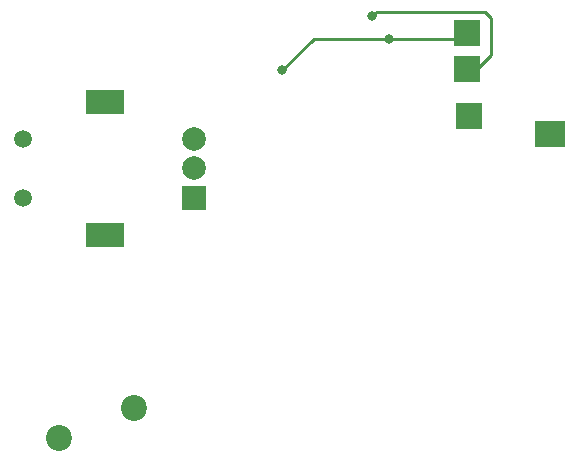
<source format=gbl>
G04 #@! TF.GenerationSoftware,KiCad,Pcbnew,(5.1.7)-1*
G04 #@! TF.CreationDate,2020-11-24T00:17:57-08:00*
G04 #@! TF.ProjectId,daughter_board,64617567-6874-4657-925f-626f6172642e,rev?*
G04 #@! TF.SameCoordinates,Original*
G04 #@! TF.FileFunction,Copper,L2,Bot*
G04 #@! TF.FilePolarity,Positive*
%FSLAX46Y46*%
G04 Gerber Fmt 4.6, Leading zero omitted, Abs format (unit mm)*
G04 Created by KiCad (PCBNEW (5.1.7)-1) date 2020-11-24 00:17:57*
%MOMM*%
%LPD*%
G01*
G04 APERTURE LIST*
G04 #@! TA.AperFunction,SMDPad,CuDef*
%ADD10R,2.300000X2.200000*%
G04 #@! TD*
G04 #@! TA.AperFunction,SMDPad,CuDef*
%ADD11R,2.500000X2.200000*%
G04 #@! TD*
G04 #@! TA.AperFunction,ComponentPad*
%ADD12C,2.200000*%
G04 #@! TD*
G04 #@! TA.AperFunction,ComponentPad*
%ADD13C,1.500000*%
G04 #@! TD*
G04 #@! TA.AperFunction,ComponentPad*
%ADD14R,3.200000X2.000000*%
G04 #@! TD*
G04 #@! TA.AperFunction,ComponentPad*
%ADD15C,2.000000*%
G04 #@! TD*
G04 #@! TA.AperFunction,ComponentPad*
%ADD16R,2.000000X2.000000*%
G04 #@! TD*
G04 #@! TA.AperFunction,ViaPad*
%ADD17C,0.800000*%
G04 #@! TD*
G04 #@! TA.AperFunction,Conductor*
%ADD18C,0.250000*%
G04 #@! TD*
G04 APERTURE END LIST*
D10*
X174250000Y-71160000D03*
X174250000Y-74160000D03*
X174450000Y-78160000D03*
D11*
X181250000Y-79660000D03*
D12*
X146050000Y-102870000D03*
X139700000Y-105410000D03*
D13*
X136630000Y-80090000D03*
X136630000Y-85090000D03*
D14*
X143630000Y-76990000D03*
X143630000Y-88190000D03*
D15*
X151130000Y-80090000D03*
X151130000Y-82590000D03*
D16*
X151130000Y-85090000D03*
D17*
X158623000Y-74295000D03*
X167640000Y-71602000D03*
X174498000Y-78232000D03*
X166243000Y-69723000D03*
X181250000Y-79660000D03*
D18*
X161316000Y-71602000D02*
X167640000Y-71602000D01*
X158623000Y-74295000D02*
X161316000Y-71602000D01*
X173808000Y-71602000D02*
X174250000Y-71160000D01*
X167640000Y-71602000D02*
X173808000Y-71602000D01*
X174250000Y-74160000D02*
X175141000Y-74160000D01*
X175141000Y-74160000D02*
X176276000Y-73025000D01*
X176276000Y-73025000D02*
X176276000Y-69850000D01*
X176276000Y-69850000D02*
X175768000Y-69342000D01*
X166624000Y-69342000D02*
X166243000Y-69723000D01*
X175768000Y-69342000D02*
X166624000Y-69342000D01*
M02*

</source>
